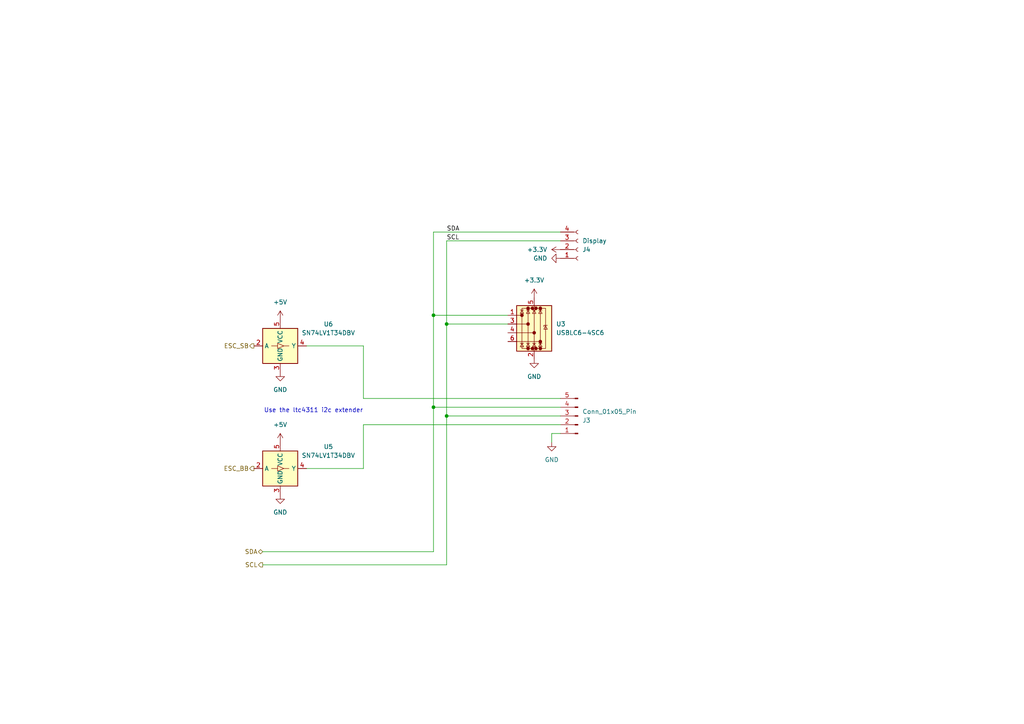
<source format=kicad_sch>
(kicad_sch (version 20231120) (generator "eeschema") (generator_version "8.0")
  (paper "A4")
  (lib_symbols
    (symbol "Connector:Conn_01x04_Socket" (pin_names (offset 1.016) hide)
      (property "Reference" "J" (at 0 5.08 0))
      (property "Value" "Conn_01x04_Socket" (at 0 -7.62 0))
      (symbol "Conn_01x04_Socket_1_1"
        (arc (start 0 -4.572) (mid -0.5058 -5.08) (end 0 -5.588) (stroke (width 0.1524)))
        (arc (start 0 -2.032) (mid -0.5058 -2.54) (end 0 -3.048) (stroke (width 0.1524)))
        (polyline (pts (xy -1.27 -5.08) (xy -0.508 -5.08)) (stroke (width 0.1524)))
        (polyline (pts (xy -1.27 -2.54) (xy -0.508 -2.54)) (stroke (width 0.1524)))
        (polyline (pts (xy -1.27 0) (xy -0.508 0)) (stroke (width 0.1524)))
        (polyline (pts (xy -1.27 2.54) (xy -0.508 2.54)) (stroke (width 0.1524)))
        (arc (start 0 0.508) (mid -0.5058 0) (end 0 -0.508) (stroke (width 0.1524)))
        (arc (start 0 3.048) (mid -0.5058 2.54) (end 0 2.032) (stroke (width 0.1524)))
        (pin passive line (at -5.08 2.54 0) (length 3.81) (name "Pin_1") (number "1"))
        (pin passive line (at -5.08 0 0) (length 3.81) (name "Pin_2") (number "2"))
        (pin passive line (at -5.08 -2.54 0) (length 3.81) (name "Pin_3") (number "3"))
        (pin passive line (at -5.08 -5.08 0) (length 3.81) (name "Pin_4") (number "4"))
      )
    )
    (symbol "Connector:Conn_01x05_Pin" (pin_names (offset 1.016) hide)
      (property "Reference" "J" (at 0 7.62 0))
      (property "Value" "Conn_01x05_Pin" (at 0 -7.62 0))
      (symbol "Conn_01x05_Pin_1_1"
        (polyline (pts (xy 1.27 -5.08) (xy 0.8636 -5.08)) (stroke (width 0.1524)))
        (polyline (pts (xy 1.27 -2.54) (xy 0.8636 -2.54)) (stroke (width 0.1524)))
        (polyline (pts (xy 1.27 0) (xy 0.8636 0)) (stroke (width 0.1524)))
        (polyline (pts (xy 1.27 2.54) (xy 0.8636 2.54)) (stroke (width 0.1524)))
        (polyline (pts (xy 1.27 5.08) (xy 0.8636 5.08)) (stroke (width 0.1524)))
        (rectangle (start 0.8636 -4.953) (end 0 -5.207) (stroke (width 0.1524)) (fill (type outline)))
        (rectangle (start 0.8636 -2.413) (end 0 -2.667) (stroke (width 0.1524)) (fill (type outline)))
        (rectangle (start 0.8636 0.127) (end 0 -0.127) (stroke (width 0.1524)) (fill (type outline)))
        (rectangle (start 0.8636 2.667) (end 0 2.413) (stroke (width 0.1524)) (fill (type outline)))
        (rectangle (start 0.8636 5.207) (end 0 4.953) (stroke (width 0.1524)) (fill (type outline)))
        (pin passive line (at 5.08 5.08 180) (length 3.81) (name "Pin_1") (number "1"))
        (pin passive line (at 5.08 2.54 180) (length 3.81) (name "Pin_2") (number "2"))
        (pin passive line (at 5.08 0 180) (length 3.81) (name "Pin_3") (number "3"))
        (pin passive line (at 5.08 -2.54 180) (length 3.81) (name "Pin_4") (number "4"))
        (pin passive line (at 5.08 -5.08 180) (length 3.81) (name "Pin_5") (number "5"))
      )
    )
    (symbol "Logic_LevelTranslator:SN74LV1T34DBV"
      (property "Reference" "U" (at 5.08 6.35 0))
      (property "Value" "SN74LV1T34DBV" (at 5.08 3.81 0))
      (symbol "SN74LV1T34DBV_0_1"
        (rectangle (start -5.08 5.08) (end 5.08 -5.08) (stroke (width 0.254)) (fill (type background)))
        (polyline (pts (xy -0.762 0) (xy -2.54 0)))
        (polyline (pts (xy 1.016 0) (xy 2.54 0)))
      )
      (symbol "SN74LV1T34DBV_1_1"
        (polyline (pts (xy -0.762 -0.762) (xy -0.762 0.762) (xy 1.016 0) (xy -0.762 -0.762)))
        (pin no_connect line (at -5.08 2.54 0) (length 2.54) hide (name "NC") (number "1"))
        (pin input line (at -7.62 0 0) (length 2.54) (name "A") (number "2"))
        (pin power_in line (at 0 -7.62 90) (length 2.54) (name "GND") (number "3"))
        (pin output line (at 7.62 0 180) (length 2.54) (name "Y") (number "4"))
        (pin power_in line (at 0 7.62 270) (length 2.54) (name "VCC") (number "5"))
      )
    )
    (symbol "Power_Protection:USBLC6-4SC6" (pin_names hide)
      (property "Reference" "U" (at 1.27 9.525 0))
      (property "Value" "USBLC6-4SC6" (at 1.27 6.985 0))
      (symbol "USBLC6-4SC6_0_0"
        (circle (center -3.556 2.54) (radius 0.0001) (stroke (width 0.508)))
        (circle (center -1.778 -7.112) (radius 0.0001) (stroke (width 0.508)))
        (circle (center -1.778 0) (radius 0.0001) (stroke (width 0.508)))
        (circle (center -1.778 4.572) (radius 0.0001) (stroke (width 0.508)))
        (circle (center -0.508 -7.112) (radius 0.0001) (stroke (width 0.508)))
        (circle (center -0.508 4.572) (radius 0.0001) (stroke (width 0.508)))
        (circle (center 0 -2.54) (radius 0.0001) (stroke (width 0.508)))
        (circle (center 0.508 -7.112) (radius 0.0001) (stroke (width 0.508)))
        (circle (center 0.508 4.572) (radius 0.0001) (stroke (width 0.508)))
        (circle (center 1.778 -7.112) (radius 0.0001) (stroke (width 0.508)))
        (circle (center 1.778 -5.08) (radius 0.0001) (stroke (width 0.508)))
        (circle (center 1.778 4.572) (radius 0.0001) (stroke (width 0.508)))
      )
      (symbol "USBLC6-4SC6_0_1"
        (polyline (pts (xy -5.08 -5.08) (xy 1.778 -5.08)))
        (polyline (pts (xy -5.08 -2.54) (xy 0 -2.54)))
        (polyline (pts (xy -5.08 0) (xy -1.778 0)))
        (polyline (pts (xy -5.08 2.54) (xy -3.556 2.54)))
        (polyline (pts (xy -4.064 -5.588) (xy -3.048 -5.588)))
        (polyline (pts (xy -3.048 4.064) (xy -4.064 4.064)))
        (polyline (pts (xy -2.286 -5.588) (xy -1.27 -5.588)))
        (polyline (pts (xy -2.286 4.064) (xy -1.27 4.064)))
        (polyline (pts (xy -0.508 -5.588) (xy 0.508 -5.588)))
        (polyline (pts (xy 0 5.08) (xy 0.508 4.572)))
        (polyline (pts (xy 0.508 -7.112) (xy -0.508 -7.112)))
        (polyline (pts (xy 0.508 4.064) (xy -0.508 4.064)))
        (polyline (pts (xy 1.27 4.064) (xy 2.286 4.064)))
        (polyline (pts (xy 2.286 -5.588) (xy 1.27 -5.588)))
        (polyline (pts (xy 2.794 -0.762) (xy 2.794 -0.381) (xy 3.81 -0.381)))
        (polyline (pts (xy -4.064 3.048) (xy -3.048 3.048) (xy -3.556 4.064) (xy -4.064 3.048)))
        (polyline (pts (xy -3.048 -6.604) (xy -4.064 -6.604) (xy -3.556 -5.588) (xy -3.048 -6.604)))
        (polyline (pts (xy -1.27 -6.604) (xy -2.286 -6.604) (xy -1.778 -5.588) (xy -1.27 -6.604)))
        (polyline (pts (xy -1.27 3.048) (xy -2.286 3.048) (xy -1.778 4.064) (xy -1.27 3.048)))
        (polyline (pts (xy -0.508 -6.604) (xy 0.508 -6.604) (xy 0 -5.588) (xy -0.508 -6.604)))
        (polyline (pts (xy -0.508 3.048) (xy 0.508 3.048) (xy 0 4.064) (xy -0.508 3.048)))
        (polyline (pts (xy 1.27 -6.604) (xy 2.286 -6.604) (xy 1.778 -5.588) (xy 1.27 -6.604)))
        (polyline (pts (xy 1.778 4.572) (xy 3.302 4.572) (xy 3.302 -7.112) (xy 1.778 -7.112)))
        (polyline (pts (xy 2.286 3.048) (xy 1.27 3.048) (xy 1.778 4.064) (xy 2.286 3.048)))
        (polyline (pts (xy 3.81 -1.524) (xy 2.794 -1.524) (xy 3.302 -0.508) (xy 3.81 -1.524)))
      )
      (symbol "USBLC6-4SC6_1_1"
        (rectangle (start -5.08 5.334) (end 5.08 -7.874) (stroke (width 0.254)) (fill (type background)))
        (polyline (pts (xy -1.778 4.572) (xy -3.556 4.572) (xy -3.556 -7.112) (xy -1.778 -7.112)))
        (polyline (pts (xy -0.508 4.572) (xy 1.778 4.572) (xy 1.778 -7.112) (xy 0.508 -7.112)))
        (polyline (pts (xy 0.508 -7.112) (xy 0 -6.604) (xy 0 4.064) (xy -0.508 4.572)))
        (polyline (pts (xy 0 -7.62) (xy -0.508 -7.112) (xy -1.778 -7.112) (xy -1.778 4.572) (xy -0.508 4.572)))
        (pin passive line (at -7.62 2.54 0) (length 2.54) (name "I/O1") (number "1"))
        (pin passive line (at 0 -10.16 90) (length 2.54) (name "GND") (number "2"))
        (pin passive line (at -7.62 0 0) (length 2.54) (name "I/O2") (number "3"))
        (pin passive line (at -7.62 -2.54 0) (length 2.54) (name "I/O3") (number "4"))
        (pin passive line (at 0 7.62 270) (length 2.54) (name "VBUS") (number "5"))
        (pin passive line (at -7.62 -5.08 0) (length 2.54) (name "I/O4") (number "6"))
      )
    )
    (symbol "power:+3.3V" (power) (pin_names (offset 0))
      (property "Value" "+3.3V" (at 0 3.556 0))
      (symbol "+3.3V_0_1"
        (polyline (pts (xy -0.762 1.27) (xy 0 2.54)))
        (polyline (pts (xy 0 0) (xy 0 2.54)))
        (polyline (pts (xy 0 2.54) (xy 0.762 1.27)))
      )
      (symbol "+3.3V_1_1"
        (pin power_in line (at 0 0 90) (length 0) hide (name "+3.3V") (number "1"))
      )
    )
    (symbol "power:+5V" (power) (pin_numbers hide) (pin_names (offset 0) hide)
      (property "Value" "+5V" (at 0 3.556 0))
      (symbol "+5V_0_1"
        (polyline (pts (xy -0.762 1.27) (xy 0 2.54)))
        (polyline (pts (xy 0 0) (xy 0 2.54)))
        (polyline (pts (xy 0 2.54) (xy 0.762 1.27)))
      )
      (symbol "+5V_1_1"
        (pin power_in line (at 0 0 90) (length 0) (name "~") (number "1"))
      )
    )
    (symbol "power:GND" (power) (pin_names (offset 0))
      (property "Value" "GND" (at 0 -3.81 0))
      (symbol "GND_0_1"
        (polyline (pts (xy 0 0) (xy 0 -1.27) (xy 1.27 -1.27) (xy 0 -2.54) (xy -1.27 -1.27) (xy 0 -1.27)))
      )
      (symbol "GND_1_1"
        (pin power_in line (at 0 0 270) (length 0) hide (name "GND") (number "1"))
      )
    )
  )
  (junction (at 125.73 91.44))
  (junction (at 129.54 120.65))
  (junction (at 125.73 118.11))
  (junction (at 129.54 93.98))
  (wire (pts (xy 125.73 160.02) (xy 125.73 118.11)))
  (wire (pts (xy 105.41 123.19) (xy 162.56 123.19)))
  (wire (pts (xy 129.54 93.98) (xy 147.32 93.98)))
  (wire (pts (xy 125.73 91.44) (xy 147.32 91.44)))
  (wire (pts (xy 160.02 125.73) (xy 160.02 128.27)))
  (wire (pts (xy 105.41 135.89) (xy 105.41 123.19)))
  (wire (pts (xy 88.9 135.89) (xy 105.41 135.89)))
  (wire (pts (xy 125.73 91.44) (xy 125.73 118.11)))
  (wire (pts (xy 125.73 67.31) (xy 125.73 91.44)))
  (wire (pts (xy 125.73 67.31) (xy 162.56 67.31)))
  (wire (pts (xy 105.41 100.33) (xy 105.41 115.57)))
  (wire (pts (xy 129.54 120.65) (xy 162.56 120.65)))
  (wire (pts (xy 88.9 100.33) (xy 105.41 100.33)))
  (wire (pts (xy 129.54 93.98) (xy 129.54 120.65)))
  (wire (pts (xy 76.2 163.83) (xy 129.54 163.83)))
  (wire (pts (xy 105.41 115.57) (xy 162.56 115.57)))
  (wire (pts (xy 125.73 118.11) (xy 162.56 118.11)))
  (wire (pts (xy 162.56 125.73) (xy 160.02 125.73)))
  (wire (pts (xy 129.54 69.85) (xy 129.54 93.98)))
  (wire (pts (xy 129.54 163.83) (xy 129.54 120.65)))
  (wire (pts (xy 76.2 160.02) (xy 125.73 160.02)))
  (wire (pts (xy 129.54 69.85) (xy 162.56 69.85)))
  (text "Use the ltc4311 i2c extender" (at 90.932 119.126 0) (effects (font (size 1.27 1.27))))
  (label "SCL" (at 129.54 69.85 0))
  (label "SDA" (at 129.54 67.31 0))
  (hierarchical_label "ESC_BB" (shape output) (at 73.66 135.89 180))
  (hierarchical_label "SCL" (shape output) (at 76.2 163.83 180))
  (hierarchical_label "ESC_SB" (shape output) (at 73.66 100.33 180))
  (hierarchical_label "SDA" (shape bidirectional) (at 76.2 160.02 180))
  (symbol (lib_id "Logic_LevelTranslator:SN74LV1T34DBV") (at 81.28 100.33 0) (unit 1)
    (property "Reference" "U6" (at 95.25 94.0114 0))
    (property "Value" "SN74LV1T34DBV" (at 95.25 96.5514 0))
    (property "Footprint" "Package_TO_SOT_SMD:SOT-23-5" (effects (hide yes)))
    (property "Datasheet" "https://www.ti.com/lit/ds/symlink/sn74lv1t34.pdf" (effects (hide yes)))
    (property "Description" "Single Power Supply, Single Buffer GATE, CMOS Logic, Level Shifter, SOT-23-5" (effects (hide yes)))
    (property "LCSC" "C100024" (effects (hide yes)))
  )
  (symbol (lib_id "power:GND") (at 81.28 143.51 0) (unit 1)
    (property "Reference" "#PWR05" (effects (hide yes)))
    (property "Value" "GND" (at 81.28 148.59 0))
  )
  (symbol (lib_id "power:GND") (at 81.28 107.95 0) (unit 1)
    (property "Reference" "#PWR06" (effects (hide yes)))
    (property "Value" "GND" (at 81.28 113.03 0))
  )
  (symbol (lib_id "power:+5V") (at 81.28 128.27 0) (unit 1)
    (property "Reference" "#PWR03" (effects (hide yes)))
    (property "Value" "+5V" (at 81.28 123.19 0))
    (property "Description" "Power symbol creates a global label with name \"+5V\"" (effects (hide yes)))
  )
  (symbol (lib_id "Connector:Conn_01x04_Socket") (at 167.64 72.39 0) (mirror x) (unit 1)
    (property "Reference" "J4" (at 168.91 72.39 0) (effects (justify left)))
    (property "Value" "Display" (at 168.91 69.85 0) (effects (justify left)))
    (property "Footprint" "A_Connector:Header_1x04_P2.54_Male" (effects (hide yes)))
  )
  (symbol (lib_id "Power_Protection:USBLC6-4SC6") (at 154.94 93.98 0) (unit 1)
    (property "Reference" "U3" (at 161.29 93.9799 0) (effects (justify left)))
    (property "Value" "USBLC6-4SC6" (at 161.29 96.5199 0) (effects (justify left)))
    (property "Footprint" "Package_TO_SOT_SMD:SOT-23-6" (effects (hide yes)))
    (property "Datasheet" "https://www.st.com/resource/en/datasheet/usblc6-4.pdf" (effects (hide yes)))
    (property "Description" "Very low capacitance ESD protection diode, 4 data-line, SOT-23-6" (effects (hide yes)))
  )
  (symbol (lib_id "power:+3.3V") (at 154.94 86.36 0) (mirror y) (unit 1)
    (property "Reference" "#PWR025" (effects (hide yes)))
    (property "Value" "+3.3V" (at 154.94 81.28 0))
  )
  (symbol (lib_id "power:+5V") (at 81.28 92.71 0) (unit 1)
    (property "Reference" "#PWR04" (effects (hide yes)))
    (property "Value" "+5V" (at 81.28 87.63 0))
    (property "Description" "Power symbol creates a global label with name \"+5V\"" (effects (hide yes)))
  )
  (symbol (lib_id "power:+3.3V") (at 162.56 72.39 90) (mirror x) (unit 1)
    (property "Reference" "#PWR024" (effects (hide yes)))
    (property "Value" "+3.3V" (at 158.75 72.39 90) (effects (justify left)))
  )
  (symbol (lib_id "power:GND") (at 162.56 74.93 270) (mirror x) (unit 1)
    (property "Reference" "#PWR023" (effects (hide yes)))
    (property "Value" "GND" (at 158.75 74.93 90) (effects (justify right)))
  )
  (symbol (lib_id "Connector:Conn_01x05_Pin") (at 167.64 120.65 180) (unit 1)
    (property "Reference" "J3" (at 168.91 121.9201 0) (effects (justify right)))
    (property "Value" "Conn_01x05_Pin" (at 168.91 119.3801 0) (effects (justify right)))
    (property "Description" "Generic connector, single row, 01x05, script generated" (effects (hide yes)))
  )
  (symbol (lib_id "power:GND") (at 160.02 128.27 0) (unit 1)
    (property "Reference" "#PWR0402" (effects (hide yes)))
    (property "Value" "GND" (at 160.02 133.35 0))
  )
  (symbol (lib_id "power:GND") (at 154.94 104.14 0) (unit 1)
    (property "Reference" "#PWR026" (effects (hide yes)))
    (property "Value" "GND" (at 154.94 109.22 0))
  )
  (symbol (lib_id "Logic_LevelTranslator:SN74LV1T34DBV") (at 81.28 135.89 0) (unit 1)
    (property "Reference" "U5" (at 95.25 129.5714 0))
    (property "Value" "SN74LV1T34DBV" (at 95.25 132.1114 0))
    (property "Footprint" "Package_TO_SOT_SMD:SOT-23-5" (effects (hide yes)))
    (property "Datasheet" "https://www.ti.com/lit/ds/symlink/sn74lv1t34.pdf" (effects (hide yes)))
    (property "Description" "Single Power Supply, Single Buffer GATE, CMOS Logic, Level Shifter, SOT-23-5" (effects (hide yes)))
    (property "LCSC" "C100024" (effects (hide yes)))
  )
)
</source>
